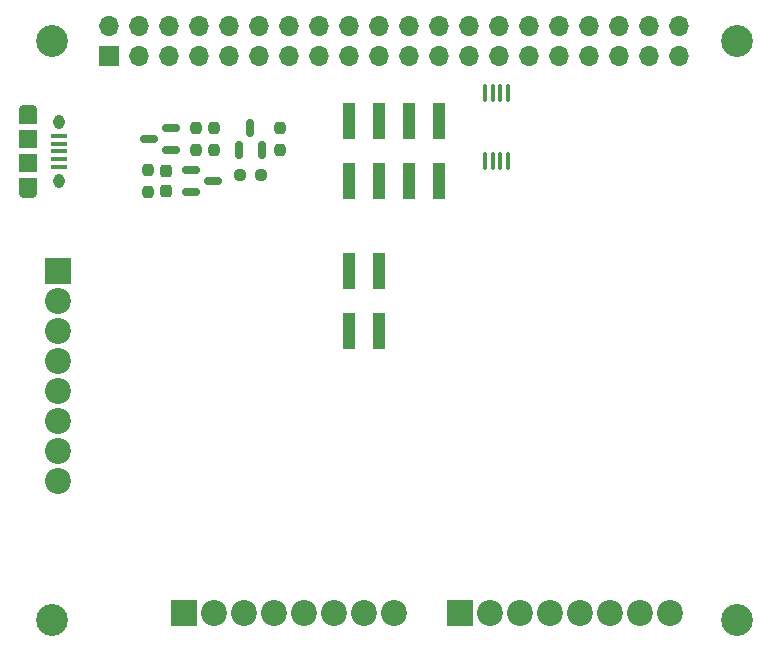
<source format=gts>
G04 #@! TF.GenerationSoftware,KiCad,Pcbnew,(6.0.6)*
G04 #@! TF.CreationDate,2022-08-21T21:59:20+02:00*
G04 #@! TF.ProjectId,Phoniebox,50686f6e-6965-4626-9f78-2e6b69636164,rev?*
G04 #@! TF.SameCoordinates,Original*
G04 #@! TF.FileFunction,Soldermask,Top*
G04 #@! TF.FilePolarity,Negative*
%FSLAX46Y46*%
G04 Gerber Fmt 4.6, Leading zero omitted, Abs format (unit mm)*
G04 Created by KiCad (PCBNEW (6.0.6)) date 2022-08-21 21:59:20*
%MOMM*%
%LPD*%
G01*
G04 APERTURE LIST*
G04 Aperture macros list*
%AMRoundRect*
0 Rectangle with rounded corners*
0 $1 Rounding radius*
0 $2 $3 $4 $5 $6 $7 $8 $9 X,Y pos of 4 corners*
0 Add a 4 corners polygon primitive as box body*
4,1,4,$2,$3,$4,$5,$6,$7,$8,$9,$2,$3,0*
0 Add four circle primitives for the rounded corners*
1,1,$1+$1,$2,$3*
1,1,$1+$1,$4,$5*
1,1,$1+$1,$6,$7*
1,1,$1+$1,$8,$9*
0 Add four rect primitives between the rounded corners*
20,1,$1+$1,$2,$3,$4,$5,0*
20,1,$1+$1,$4,$5,$6,$7,0*
20,1,$1+$1,$6,$7,$8,$9,0*
20,1,$1+$1,$8,$9,$2,$3,0*%
G04 Aperture macros list end*
%ADD10RoundRect,0.237500X-0.237500X0.250000X-0.237500X-0.250000X0.237500X-0.250000X0.237500X0.250000X0*%
%ADD11C,2.700000*%
%ADD12RoundRect,0.100000X0.100000X-0.637500X0.100000X0.637500X-0.100000X0.637500X-0.100000X-0.637500X0*%
%ADD13RoundRect,0.150000X-0.587500X-0.150000X0.587500X-0.150000X0.587500X0.150000X-0.587500X0.150000X0*%
%ADD14RoundRect,0.237500X-0.250000X-0.237500X0.250000X-0.237500X0.250000X0.237500X-0.250000X0.237500X0*%
%ADD15RoundRect,0.237500X-0.237500X0.300000X-0.237500X-0.300000X0.237500X-0.300000X0.237500X0.300000X0*%
%ADD16R,2.200000X2.200000*%
%ADD17C,2.200000*%
%ADD18R,1.000000X3.150000*%
%ADD19R,1.350000X0.400000*%
%ADD20R,1.550000X1.200000*%
%ADD21O,0.950000X1.250000*%
%ADD22O,1.550000X0.890000*%
%ADD23R,1.550000X1.500000*%
%ADD24RoundRect,0.150000X0.150000X-0.587500X0.150000X0.587500X-0.150000X0.587500X-0.150000X-0.587500X0*%
%ADD25RoundRect,0.237500X0.237500X-0.250000X0.237500X0.250000X-0.237500X0.250000X-0.237500X-0.250000X0*%
%ADD26RoundRect,0.150000X0.587500X0.150000X-0.587500X0.150000X-0.587500X-0.150000X0.587500X-0.150000X0*%
%ADD27R,1.700000X1.700000*%
%ADD28O,1.700000X1.700000*%
G04 APERTURE END LIST*
D10*
X111684000Y-58447500D03*
X111684000Y-60272500D03*
D11*
X161500000Y-47500000D03*
D12*
X140173000Y-57650500D03*
X140823000Y-57650500D03*
X141473000Y-57650500D03*
X142123000Y-57650500D03*
X142123000Y-51925500D03*
X141473000Y-51925500D03*
X140823000Y-51925500D03*
X140173000Y-51925500D03*
D10*
X117272000Y-54891500D03*
X117272000Y-56716500D03*
D13*
X115318500Y-58410000D03*
X115318500Y-60310000D03*
X117193500Y-59360000D03*
D14*
X119407500Y-58852000D03*
X121232500Y-58852000D03*
D11*
X103500000Y-96500000D03*
D15*
X113208000Y-58497500D03*
X113208000Y-60222500D03*
D11*
X103500000Y-47500000D03*
D10*
X122860000Y-54891500D03*
X122860000Y-56716500D03*
D16*
X104064000Y-66980000D03*
D17*
X104064000Y-69520000D03*
X104064000Y-72060000D03*
X104064000Y-74600000D03*
X104064000Y-77140000D03*
X104064000Y-79680000D03*
X104064000Y-82220000D03*
X104064000Y-84760000D03*
D18*
X128702000Y-72045000D03*
X128702000Y-66995000D03*
X131242000Y-72045000D03*
X131242000Y-66995000D03*
D19*
X104150972Y-55549958D03*
X104150972Y-56199958D03*
X104150972Y-56849958D03*
X104150972Y-57499958D03*
X104150972Y-58149958D03*
D20*
X101450972Y-53949958D03*
D21*
X104150972Y-59349958D03*
D22*
X101450972Y-60349958D03*
D23*
X101450972Y-57849958D03*
D21*
X104150972Y-54349958D03*
D23*
X101450972Y-55849958D03*
D22*
X101450972Y-53349958D03*
D20*
X101450972Y-59749958D03*
D11*
X161500000Y-96500000D03*
D24*
X119370000Y-56741500D03*
X121270000Y-56741500D03*
X120320000Y-54866500D03*
D25*
X115748000Y-56716500D03*
X115748000Y-54891500D03*
D26*
X113637500Y-56754000D03*
X113637500Y-54854000D03*
X111762500Y-55804000D03*
D18*
X128702000Y-59330000D03*
X128702000Y-54280000D03*
X131242000Y-59330000D03*
X131242000Y-54280000D03*
X133782000Y-59330000D03*
X133782000Y-54280000D03*
X136322000Y-59330000D03*
X136322000Y-54280000D03*
D16*
X114732000Y-95936000D03*
D17*
X117272000Y-95936000D03*
X119812000Y-95936000D03*
X122352000Y-95936000D03*
X124892000Y-95936000D03*
X127432000Y-95936000D03*
X129972000Y-95936000D03*
X132512000Y-95936000D03*
D16*
X138100000Y-95936000D03*
D17*
X140640000Y-95936000D03*
X143180000Y-95936000D03*
X145720000Y-95936000D03*
X148260000Y-95936000D03*
X150800000Y-95936000D03*
X153340000Y-95936000D03*
X155880000Y-95936000D03*
D27*
X108370000Y-48770000D03*
D28*
X108370000Y-46230000D03*
X110910000Y-48770000D03*
X110910000Y-46230000D03*
X113450000Y-48770000D03*
X113450000Y-46230000D03*
X115990000Y-48770000D03*
X115990000Y-46230000D03*
X118530000Y-48770000D03*
X118530000Y-46230000D03*
X121070000Y-48770000D03*
X121070000Y-46230000D03*
X123610000Y-48770000D03*
X123610000Y-46230000D03*
X126150000Y-48770000D03*
X126150000Y-46230000D03*
X128690000Y-48770000D03*
X128690000Y-46230000D03*
X131230000Y-48770000D03*
X131230000Y-46230000D03*
X133770000Y-48770000D03*
X133770000Y-46230000D03*
X136310000Y-48770000D03*
X136310000Y-46230000D03*
X138850000Y-48770000D03*
X138850000Y-46230000D03*
X141390000Y-48770000D03*
X141390000Y-46230000D03*
X143930000Y-48770000D03*
X143930000Y-46230000D03*
X146470000Y-48770000D03*
X146470000Y-46230000D03*
X149010000Y-48770000D03*
X149010000Y-46230000D03*
X151550000Y-48770000D03*
X151550000Y-46230000D03*
X154090000Y-48770000D03*
X154090000Y-46230000D03*
X156630000Y-48770000D03*
X156630000Y-46230000D03*
M02*

</source>
